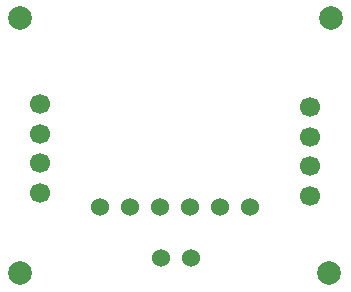
<source format=gtl>
G04 Layer: TopLayer*
G04 EasyEDA v6.5.47, 2024-09-25 19:50:29*
G04 4115ed8de5bc4dae80ebc9d7783316fa,2802210eb98647e48a656566f44cf116,10*
G04 Gerber Generator version 0.2*
G04 Scale: 100 percent, Rotated: No, Reflected: No *
G04 Dimensions in millimeters *
G04 leading zeros omitted , absolute positions ,4 integer and 5 decimal *
%FSLAX45Y45*%
%MOMM*%

%ADD10C,0.2540*%
%ADD11C,1.7000*%
%ADD12C,1.5240*%
%ADD13C,2.0000*%

%LPD*%
D10*
X3124200Y1955800D02*
G01*
X3124200Y1943100D01*
D11*
G01*
X1854200Y2076094D03*
G01*
X1854200Y2326106D03*
G01*
X1854200Y2576093D03*
G01*
X1854200Y2826105D03*
G01*
X4140200Y2800705D03*
G01*
X4140200Y2550693D03*
G01*
X4140200Y2300706D03*
G01*
X4140200Y2050694D03*
D12*
G01*
X3632200Y1955800D03*
G01*
X3378200Y1955800D03*
G01*
X3124200Y1955800D03*
G01*
X2870200Y1955800D03*
G01*
X2616200Y1955800D03*
G01*
X2362200Y1955800D03*
G01*
X2882900Y1524000D03*
G01*
X3136900Y1524000D03*
D13*
G01*
X4318000Y3556000D03*
G01*
X1689100Y3556000D03*
G01*
X1689100Y1397000D03*
G01*
X4305300Y1397000D03*
M02*

</source>
